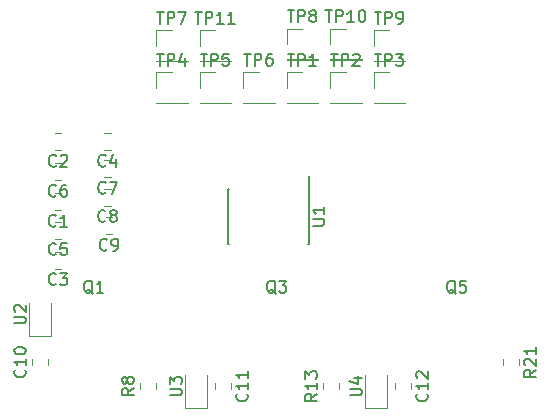
<source format=gbr>
G04 #@! TF.GenerationSoftware,KiCad,Pcbnew,(5.1.4)-1*
G04 #@! TF.CreationDate,2019-11-24T23:21:18+05:30*
G04 #@! TF.ProjectId,half_bridge_fd6288_v3.0,68616c66-5f62-4726-9964-67655f666436,rev?*
G04 #@! TF.SameCoordinates,Original*
G04 #@! TF.FileFunction,Legend,Top*
G04 #@! TF.FilePolarity,Positive*
%FSLAX46Y46*%
G04 Gerber Fmt 4.6, Leading zero omitted, Abs format (unit mm)*
G04 Created by KiCad (PCBNEW (5.1.4)-1) date 2019-11-24 23:21:18*
%MOMM*%
%LPD*%
G04 APERTURE LIST*
%ADD10C,0.120000*%
%ADD11C,0.150000*%
G04 APERTURE END LIST*
D10*
X42425252Y-100255000D02*
X41902748Y-100255000D01*
X42425252Y-101675000D02*
X41902748Y-101675000D01*
X42434252Y-96595000D02*
X41911748Y-96595000D01*
X42434252Y-95175000D02*
X41911748Y-95175000D01*
X42416252Y-105208000D02*
X41893748Y-105208000D01*
X42416252Y-106628000D02*
X41893748Y-106628000D01*
X46625252Y-96595000D02*
X46102748Y-96595000D01*
X46625252Y-95175000D02*
X46102748Y-95175000D01*
X42425252Y-102668000D02*
X41902748Y-102668000D01*
X42425252Y-104088000D02*
X41902748Y-104088000D01*
X42425252Y-99135000D02*
X41902748Y-99135000D01*
X42425252Y-97715000D02*
X41902748Y-97715000D01*
X46625252Y-98881000D02*
X46102748Y-98881000D01*
X46625252Y-97461000D02*
X46102748Y-97461000D01*
X46616252Y-99874000D02*
X46093748Y-99874000D01*
X46616252Y-101294000D02*
X46093748Y-101294000D01*
X46743252Y-103707000D02*
X46220748Y-103707000D01*
X46743252Y-102287000D02*
X46220748Y-102287000D01*
X41350000Y-114824252D02*
X41350000Y-114301748D01*
X39930000Y-114824252D02*
X39930000Y-114301748D01*
X56844000Y-116333748D02*
X56844000Y-116856252D01*
X55424000Y-116333748D02*
X55424000Y-116856252D01*
X70664000Y-116324748D02*
X70664000Y-116847252D01*
X72084000Y-116324748D02*
X72084000Y-116847252D01*
X50494000Y-116838252D02*
X50494000Y-116315748D01*
X49074000Y-116838252D02*
X49074000Y-116315748D01*
X65988000Y-116847252D02*
X65988000Y-116324748D01*
X64568000Y-116847252D02*
X64568000Y-116324748D01*
X79808000Y-114301748D02*
X79808000Y-114824252D01*
X81228000Y-114301748D02*
X81228000Y-114824252D01*
X61535000Y-89983000D02*
X62865000Y-89983000D01*
X61535000Y-91313000D02*
X61535000Y-89983000D01*
X61535000Y-92583000D02*
X64195000Y-92583000D01*
X64195000Y-92583000D02*
X64195000Y-92643000D01*
X61535000Y-92583000D02*
X61535000Y-92643000D01*
X61535000Y-92643000D02*
X64195000Y-92643000D01*
X65218000Y-92643000D02*
X67878000Y-92643000D01*
X65218000Y-92583000D02*
X65218000Y-92643000D01*
X67878000Y-92583000D02*
X67878000Y-92643000D01*
X65218000Y-92583000D02*
X67878000Y-92583000D01*
X65218000Y-91313000D02*
X65218000Y-89983000D01*
X65218000Y-89983000D02*
X66548000Y-89983000D01*
X68901000Y-89983000D02*
X70231000Y-89983000D01*
X68901000Y-91313000D02*
X68901000Y-89983000D01*
X68901000Y-92583000D02*
X71561000Y-92583000D01*
X71561000Y-92583000D02*
X71561000Y-92643000D01*
X68901000Y-92583000D02*
X68901000Y-92643000D01*
X68901000Y-92643000D02*
X71561000Y-92643000D01*
X50486000Y-92643000D02*
X53146000Y-92643000D01*
X50486000Y-92583000D02*
X50486000Y-92643000D01*
X53146000Y-92583000D02*
X53146000Y-92643000D01*
X50486000Y-92583000D02*
X53146000Y-92583000D01*
X50486000Y-91313000D02*
X50486000Y-89983000D01*
X50486000Y-89983000D02*
X51816000Y-89983000D01*
X54169000Y-89983000D02*
X55499000Y-89983000D01*
X54169000Y-91313000D02*
X54169000Y-89983000D01*
X54169000Y-92583000D02*
X56829000Y-92583000D01*
X56829000Y-92583000D02*
X56829000Y-92643000D01*
X54169000Y-92583000D02*
X54169000Y-92643000D01*
X54169000Y-92643000D02*
X56829000Y-92643000D01*
X57852000Y-92643000D02*
X60512000Y-92643000D01*
X57852000Y-92583000D02*
X57852000Y-92643000D01*
X60512000Y-92583000D02*
X60512000Y-92643000D01*
X57852000Y-92583000D02*
X60512000Y-92583000D01*
X57852000Y-91313000D02*
X57852000Y-89983000D01*
X57852000Y-89983000D02*
X59182000Y-89983000D01*
X50486000Y-86427000D02*
X51816000Y-86427000D01*
X50486000Y-87757000D02*
X50486000Y-86427000D01*
X50486000Y-89027000D02*
X53146000Y-89027000D01*
X53146000Y-89027000D02*
X53146000Y-89087000D01*
X50486000Y-89027000D02*
X50486000Y-89087000D01*
X50486000Y-89087000D02*
X53146000Y-89087000D01*
X61535000Y-88960000D02*
X64195000Y-88960000D01*
X61535000Y-88900000D02*
X61535000Y-88960000D01*
X64195000Y-88900000D02*
X64195000Y-88960000D01*
X61535000Y-88900000D02*
X64195000Y-88900000D01*
X61535000Y-87630000D02*
X61535000Y-86300000D01*
X61535000Y-86300000D02*
X62865000Y-86300000D01*
X68901000Y-86427000D02*
X70231000Y-86427000D01*
X68901000Y-87757000D02*
X68901000Y-86427000D01*
X68901000Y-89027000D02*
X71561000Y-89027000D01*
X71561000Y-89027000D02*
X71561000Y-89087000D01*
X68901000Y-89027000D02*
X68901000Y-89087000D01*
X68901000Y-89087000D02*
X71561000Y-89087000D01*
X65218000Y-88960000D02*
X67878000Y-88960000D01*
X65218000Y-88900000D02*
X65218000Y-88960000D01*
X67878000Y-88900000D02*
X67878000Y-88960000D01*
X65218000Y-88900000D02*
X67878000Y-88900000D01*
X65218000Y-87630000D02*
X65218000Y-86300000D01*
X65218000Y-86300000D02*
X66548000Y-86300000D01*
X54169000Y-89087000D02*
X56829000Y-89087000D01*
X54169000Y-89027000D02*
X54169000Y-89087000D01*
X56829000Y-89027000D02*
X56829000Y-89087000D01*
X54169000Y-89027000D02*
X56829000Y-89027000D01*
X54169000Y-87757000D02*
X54169000Y-86427000D01*
X54169000Y-86427000D02*
X55499000Y-86427000D01*
D11*
X63415000Y-104549000D02*
X63315000Y-104549000D01*
X56590000Y-104549000D02*
X56615000Y-104549000D01*
X56590000Y-99899000D02*
X56615000Y-99899000D01*
X63415000Y-98824000D02*
X63415000Y-104549000D01*
X56590000Y-99899000D02*
X56590000Y-104549000D01*
D10*
X39680000Y-109499000D02*
X39680000Y-112359000D01*
X39680000Y-112359000D02*
X41600000Y-112359000D01*
X41600000Y-112359000D02*
X41600000Y-109499000D01*
X52888000Y-115595000D02*
X52888000Y-118455000D01*
X52888000Y-118455000D02*
X54808000Y-118455000D01*
X54808000Y-118455000D02*
X54808000Y-115595000D01*
X70048000Y-118455000D02*
X70048000Y-115595000D01*
X68128000Y-118455000D02*
X70048000Y-118455000D01*
X68128000Y-115595000D02*
X68128000Y-118455000D01*
D11*
X41997333Y-102972142D02*
X41949714Y-103019761D01*
X41806857Y-103067380D01*
X41711619Y-103067380D01*
X41568761Y-103019761D01*
X41473523Y-102924523D01*
X41425904Y-102829285D01*
X41378285Y-102638809D01*
X41378285Y-102495952D01*
X41425904Y-102305476D01*
X41473523Y-102210238D01*
X41568761Y-102115000D01*
X41711619Y-102067380D01*
X41806857Y-102067380D01*
X41949714Y-102115000D01*
X41997333Y-102162619D01*
X42949714Y-103067380D02*
X42378285Y-103067380D01*
X42664000Y-103067380D02*
X42664000Y-102067380D01*
X42568761Y-102210238D01*
X42473523Y-102305476D01*
X42378285Y-102353095D01*
X42006333Y-97892142D02*
X41958714Y-97939761D01*
X41815857Y-97987380D01*
X41720619Y-97987380D01*
X41577761Y-97939761D01*
X41482523Y-97844523D01*
X41434904Y-97749285D01*
X41387285Y-97558809D01*
X41387285Y-97415952D01*
X41434904Y-97225476D01*
X41482523Y-97130238D01*
X41577761Y-97035000D01*
X41720619Y-96987380D01*
X41815857Y-96987380D01*
X41958714Y-97035000D01*
X42006333Y-97082619D01*
X42387285Y-97082619D02*
X42434904Y-97035000D01*
X42530142Y-96987380D01*
X42768238Y-96987380D01*
X42863476Y-97035000D01*
X42911095Y-97082619D01*
X42958714Y-97177857D01*
X42958714Y-97273095D01*
X42911095Y-97415952D01*
X42339666Y-97987380D01*
X42958714Y-97987380D01*
X41988333Y-107925142D02*
X41940714Y-107972761D01*
X41797857Y-108020380D01*
X41702619Y-108020380D01*
X41559761Y-107972761D01*
X41464523Y-107877523D01*
X41416904Y-107782285D01*
X41369285Y-107591809D01*
X41369285Y-107448952D01*
X41416904Y-107258476D01*
X41464523Y-107163238D01*
X41559761Y-107068000D01*
X41702619Y-107020380D01*
X41797857Y-107020380D01*
X41940714Y-107068000D01*
X41988333Y-107115619D01*
X42321666Y-107020380D02*
X42940714Y-107020380D01*
X42607380Y-107401333D01*
X42750238Y-107401333D01*
X42845476Y-107448952D01*
X42893095Y-107496571D01*
X42940714Y-107591809D01*
X42940714Y-107829904D01*
X42893095Y-107925142D01*
X42845476Y-107972761D01*
X42750238Y-108020380D01*
X42464523Y-108020380D01*
X42369285Y-107972761D01*
X42321666Y-107925142D01*
X46197333Y-97892142D02*
X46149714Y-97939761D01*
X46006857Y-97987380D01*
X45911619Y-97987380D01*
X45768761Y-97939761D01*
X45673523Y-97844523D01*
X45625904Y-97749285D01*
X45578285Y-97558809D01*
X45578285Y-97415952D01*
X45625904Y-97225476D01*
X45673523Y-97130238D01*
X45768761Y-97035000D01*
X45911619Y-96987380D01*
X46006857Y-96987380D01*
X46149714Y-97035000D01*
X46197333Y-97082619D01*
X47054476Y-97320714D02*
X47054476Y-97987380D01*
X46816380Y-96939761D02*
X46578285Y-97654047D01*
X47197333Y-97654047D01*
X41997333Y-105385142D02*
X41949714Y-105432761D01*
X41806857Y-105480380D01*
X41711619Y-105480380D01*
X41568761Y-105432761D01*
X41473523Y-105337523D01*
X41425904Y-105242285D01*
X41378285Y-105051809D01*
X41378285Y-104908952D01*
X41425904Y-104718476D01*
X41473523Y-104623238D01*
X41568761Y-104528000D01*
X41711619Y-104480380D01*
X41806857Y-104480380D01*
X41949714Y-104528000D01*
X41997333Y-104575619D01*
X42902095Y-104480380D02*
X42425904Y-104480380D01*
X42378285Y-104956571D01*
X42425904Y-104908952D01*
X42521142Y-104861333D01*
X42759238Y-104861333D01*
X42854476Y-104908952D01*
X42902095Y-104956571D01*
X42949714Y-105051809D01*
X42949714Y-105289904D01*
X42902095Y-105385142D01*
X42854476Y-105432761D01*
X42759238Y-105480380D01*
X42521142Y-105480380D01*
X42425904Y-105432761D01*
X42378285Y-105385142D01*
X41997333Y-100432142D02*
X41949714Y-100479761D01*
X41806857Y-100527380D01*
X41711619Y-100527380D01*
X41568761Y-100479761D01*
X41473523Y-100384523D01*
X41425904Y-100289285D01*
X41378285Y-100098809D01*
X41378285Y-99955952D01*
X41425904Y-99765476D01*
X41473523Y-99670238D01*
X41568761Y-99575000D01*
X41711619Y-99527380D01*
X41806857Y-99527380D01*
X41949714Y-99575000D01*
X41997333Y-99622619D01*
X42854476Y-99527380D02*
X42664000Y-99527380D01*
X42568761Y-99575000D01*
X42521142Y-99622619D01*
X42425904Y-99765476D01*
X42378285Y-99955952D01*
X42378285Y-100336904D01*
X42425904Y-100432142D01*
X42473523Y-100479761D01*
X42568761Y-100527380D01*
X42759238Y-100527380D01*
X42854476Y-100479761D01*
X42902095Y-100432142D01*
X42949714Y-100336904D01*
X42949714Y-100098809D01*
X42902095Y-100003571D01*
X42854476Y-99955952D01*
X42759238Y-99908333D01*
X42568761Y-99908333D01*
X42473523Y-99955952D01*
X42425904Y-100003571D01*
X42378285Y-100098809D01*
X46197333Y-100178142D02*
X46149714Y-100225761D01*
X46006857Y-100273380D01*
X45911619Y-100273380D01*
X45768761Y-100225761D01*
X45673523Y-100130523D01*
X45625904Y-100035285D01*
X45578285Y-99844809D01*
X45578285Y-99701952D01*
X45625904Y-99511476D01*
X45673523Y-99416238D01*
X45768761Y-99321000D01*
X45911619Y-99273380D01*
X46006857Y-99273380D01*
X46149714Y-99321000D01*
X46197333Y-99368619D01*
X46530666Y-99273380D02*
X47197333Y-99273380D01*
X46768761Y-100273380D01*
X46188333Y-102591142D02*
X46140714Y-102638761D01*
X45997857Y-102686380D01*
X45902619Y-102686380D01*
X45759761Y-102638761D01*
X45664523Y-102543523D01*
X45616904Y-102448285D01*
X45569285Y-102257809D01*
X45569285Y-102114952D01*
X45616904Y-101924476D01*
X45664523Y-101829238D01*
X45759761Y-101734000D01*
X45902619Y-101686380D01*
X45997857Y-101686380D01*
X46140714Y-101734000D01*
X46188333Y-101781619D01*
X46759761Y-102114952D02*
X46664523Y-102067333D01*
X46616904Y-102019714D01*
X46569285Y-101924476D01*
X46569285Y-101876857D01*
X46616904Y-101781619D01*
X46664523Y-101734000D01*
X46759761Y-101686380D01*
X46950238Y-101686380D01*
X47045476Y-101734000D01*
X47093095Y-101781619D01*
X47140714Y-101876857D01*
X47140714Y-101924476D01*
X47093095Y-102019714D01*
X47045476Y-102067333D01*
X46950238Y-102114952D01*
X46759761Y-102114952D01*
X46664523Y-102162571D01*
X46616904Y-102210190D01*
X46569285Y-102305428D01*
X46569285Y-102495904D01*
X46616904Y-102591142D01*
X46664523Y-102638761D01*
X46759761Y-102686380D01*
X46950238Y-102686380D01*
X47045476Y-102638761D01*
X47093095Y-102591142D01*
X47140714Y-102495904D01*
X47140714Y-102305428D01*
X47093095Y-102210190D01*
X47045476Y-102162571D01*
X46950238Y-102114952D01*
X46315333Y-105004142D02*
X46267714Y-105051761D01*
X46124857Y-105099380D01*
X46029619Y-105099380D01*
X45886761Y-105051761D01*
X45791523Y-104956523D01*
X45743904Y-104861285D01*
X45696285Y-104670809D01*
X45696285Y-104527952D01*
X45743904Y-104337476D01*
X45791523Y-104242238D01*
X45886761Y-104147000D01*
X46029619Y-104099380D01*
X46124857Y-104099380D01*
X46267714Y-104147000D01*
X46315333Y-104194619D01*
X46791523Y-105099380D02*
X46982000Y-105099380D01*
X47077238Y-105051761D01*
X47124857Y-105004142D01*
X47220095Y-104861285D01*
X47267714Y-104670809D01*
X47267714Y-104289857D01*
X47220095Y-104194619D01*
X47172476Y-104147000D01*
X47077238Y-104099380D01*
X46886761Y-104099380D01*
X46791523Y-104147000D01*
X46743904Y-104194619D01*
X46696285Y-104289857D01*
X46696285Y-104527952D01*
X46743904Y-104623190D01*
X46791523Y-104670809D01*
X46886761Y-104718428D01*
X47077238Y-104718428D01*
X47172476Y-104670809D01*
X47220095Y-104623190D01*
X47267714Y-104527952D01*
X39347142Y-115205857D02*
X39394761Y-115253476D01*
X39442380Y-115396333D01*
X39442380Y-115491571D01*
X39394761Y-115634428D01*
X39299523Y-115729666D01*
X39204285Y-115777285D01*
X39013809Y-115824904D01*
X38870952Y-115824904D01*
X38680476Y-115777285D01*
X38585238Y-115729666D01*
X38490000Y-115634428D01*
X38442380Y-115491571D01*
X38442380Y-115396333D01*
X38490000Y-115253476D01*
X38537619Y-115205857D01*
X39442380Y-114253476D02*
X39442380Y-114824904D01*
X39442380Y-114539190D02*
X38442380Y-114539190D01*
X38585238Y-114634428D01*
X38680476Y-114729666D01*
X38728095Y-114824904D01*
X38442380Y-113634428D02*
X38442380Y-113539190D01*
X38490000Y-113443952D01*
X38537619Y-113396333D01*
X38632857Y-113348714D01*
X38823333Y-113301095D01*
X39061428Y-113301095D01*
X39251904Y-113348714D01*
X39347142Y-113396333D01*
X39394761Y-113443952D01*
X39442380Y-113539190D01*
X39442380Y-113634428D01*
X39394761Y-113729666D01*
X39347142Y-113777285D01*
X39251904Y-113824904D01*
X39061428Y-113872523D01*
X38823333Y-113872523D01*
X38632857Y-113824904D01*
X38537619Y-113777285D01*
X38490000Y-113729666D01*
X38442380Y-113634428D01*
X58141142Y-117237857D02*
X58188761Y-117285476D01*
X58236380Y-117428333D01*
X58236380Y-117523571D01*
X58188761Y-117666428D01*
X58093523Y-117761666D01*
X57998285Y-117809285D01*
X57807809Y-117856904D01*
X57664952Y-117856904D01*
X57474476Y-117809285D01*
X57379238Y-117761666D01*
X57284000Y-117666428D01*
X57236380Y-117523571D01*
X57236380Y-117428333D01*
X57284000Y-117285476D01*
X57331619Y-117237857D01*
X58236380Y-116285476D02*
X58236380Y-116856904D01*
X58236380Y-116571190D02*
X57236380Y-116571190D01*
X57379238Y-116666428D01*
X57474476Y-116761666D01*
X57522095Y-116856904D01*
X58236380Y-115333095D02*
X58236380Y-115904523D01*
X58236380Y-115618809D02*
X57236380Y-115618809D01*
X57379238Y-115714047D01*
X57474476Y-115809285D01*
X57522095Y-115904523D01*
X73381142Y-117228857D02*
X73428761Y-117276476D01*
X73476380Y-117419333D01*
X73476380Y-117514571D01*
X73428761Y-117657428D01*
X73333523Y-117752666D01*
X73238285Y-117800285D01*
X73047809Y-117847904D01*
X72904952Y-117847904D01*
X72714476Y-117800285D01*
X72619238Y-117752666D01*
X72524000Y-117657428D01*
X72476380Y-117514571D01*
X72476380Y-117419333D01*
X72524000Y-117276476D01*
X72571619Y-117228857D01*
X73476380Y-116276476D02*
X73476380Y-116847904D01*
X73476380Y-116562190D02*
X72476380Y-116562190D01*
X72619238Y-116657428D01*
X72714476Y-116752666D01*
X72762095Y-116847904D01*
X72571619Y-115895523D02*
X72524000Y-115847904D01*
X72476380Y-115752666D01*
X72476380Y-115514571D01*
X72524000Y-115419333D01*
X72571619Y-115371714D01*
X72666857Y-115324095D01*
X72762095Y-115324095D01*
X72904952Y-115371714D01*
X73476380Y-115943142D01*
X73476380Y-115324095D01*
X45116761Y-108751619D02*
X45021523Y-108704000D01*
X44926285Y-108608761D01*
X44783428Y-108465904D01*
X44688190Y-108418285D01*
X44592952Y-108418285D01*
X44640571Y-108656380D02*
X44545333Y-108608761D01*
X44450095Y-108513523D01*
X44402476Y-108323047D01*
X44402476Y-107989714D01*
X44450095Y-107799238D01*
X44545333Y-107704000D01*
X44640571Y-107656380D01*
X44831047Y-107656380D01*
X44926285Y-107704000D01*
X45021523Y-107799238D01*
X45069142Y-107989714D01*
X45069142Y-108323047D01*
X45021523Y-108513523D01*
X44926285Y-108608761D01*
X44831047Y-108656380D01*
X44640571Y-108656380D01*
X46021523Y-108656380D02*
X45450095Y-108656380D01*
X45735809Y-108656380D02*
X45735809Y-107656380D01*
X45640571Y-107799238D01*
X45545333Y-107894476D01*
X45450095Y-107942095D01*
X60610761Y-108751619D02*
X60515523Y-108704000D01*
X60420285Y-108608761D01*
X60277428Y-108465904D01*
X60182190Y-108418285D01*
X60086952Y-108418285D01*
X60134571Y-108656380D02*
X60039333Y-108608761D01*
X59944095Y-108513523D01*
X59896476Y-108323047D01*
X59896476Y-107989714D01*
X59944095Y-107799238D01*
X60039333Y-107704000D01*
X60134571Y-107656380D01*
X60325047Y-107656380D01*
X60420285Y-107704000D01*
X60515523Y-107799238D01*
X60563142Y-107989714D01*
X60563142Y-108323047D01*
X60515523Y-108513523D01*
X60420285Y-108608761D01*
X60325047Y-108656380D01*
X60134571Y-108656380D01*
X60896476Y-107656380D02*
X61515523Y-107656380D01*
X61182190Y-108037333D01*
X61325047Y-108037333D01*
X61420285Y-108084952D01*
X61467904Y-108132571D01*
X61515523Y-108227809D01*
X61515523Y-108465904D01*
X61467904Y-108561142D01*
X61420285Y-108608761D01*
X61325047Y-108656380D01*
X61039333Y-108656380D01*
X60944095Y-108608761D01*
X60896476Y-108561142D01*
X75850761Y-108751619D02*
X75755523Y-108704000D01*
X75660285Y-108608761D01*
X75517428Y-108465904D01*
X75422190Y-108418285D01*
X75326952Y-108418285D01*
X75374571Y-108656380D02*
X75279333Y-108608761D01*
X75184095Y-108513523D01*
X75136476Y-108323047D01*
X75136476Y-107989714D01*
X75184095Y-107799238D01*
X75279333Y-107704000D01*
X75374571Y-107656380D01*
X75565047Y-107656380D01*
X75660285Y-107704000D01*
X75755523Y-107799238D01*
X75803142Y-107989714D01*
X75803142Y-108323047D01*
X75755523Y-108513523D01*
X75660285Y-108608761D01*
X75565047Y-108656380D01*
X75374571Y-108656380D01*
X76707904Y-107656380D02*
X76231714Y-107656380D01*
X76184095Y-108132571D01*
X76231714Y-108084952D01*
X76326952Y-108037333D01*
X76565047Y-108037333D01*
X76660285Y-108084952D01*
X76707904Y-108132571D01*
X76755523Y-108227809D01*
X76755523Y-108465904D01*
X76707904Y-108561142D01*
X76660285Y-108608761D01*
X76565047Y-108656380D01*
X76326952Y-108656380D01*
X76231714Y-108608761D01*
X76184095Y-108561142D01*
X48586380Y-116743666D02*
X48110190Y-117077000D01*
X48586380Y-117315095D02*
X47586380Y-117315095D01*
X47586380Y-116934142D01*
X47634000Y-116838904D01*
X47681619Y-116791285D01*
X47776857Y-116743666D01*
X47919714Y-116743666D01*
X48014952Y-116791285D01*
X48062571Y-116838904D01*
X48110190Y-116934142D01*
X48110190Y-117315095D01*
X48014952Y-116172238D02*
X47967333Y-116267476D01*
X47919714Y-116315095D01*
X47824476Y-116362714D01*
X47776857Y-116362714D01*
X47681619Y-116315095D01*
X47634000Y-116267476D01*
X47586380Y-116172238D01*
X47586380Y-115981761D01*
X47634000Y-115886523D01*
X47681619Y-115838904D01*
X47776857Y-115791285D01*
X47824476Y-115791285D01*
X47919714Y-115838904D01*
X47967333Y-115886523D01*
X48014952Y-115981761D01*
X48014952Y-116172238D01*
X48062571Y-116267476D01*
X48110190Y-116315095D01*
X48205428Y-116362714D01*
X48395904Y-116362714D01*
X48491142Y-116315095D01*
X48538761Y-116267476D01*
X48586380Y-116172238D01*
X48586380Y-115981761D01*
X48538761Y-115886523D01*
X48491142Y-115838904D01*
X48395904Y-115791285D01*
X48205428Y-115791285D01*
X48110190Y-115838904D01*
X48062571Y-115886523D01*
X48014952Y-115981761D01*
X64080380Y-117228857D02*
X63604190Y-117562190D01*
X64080380Y-117800285D02*
X63080380Y-117800285D01*
X63080380Y-117419333D01*
X63128000Y-117324095D01*
X63175619Y-117276476D01*
X63270857Y-117228857D01*
X63413714Y-117228857D01*
X63508952Y-117276476D01*
X63556571Y-117324095D01*
X63604190Y-117419333D01*
X63604190Y-117800285D01*
X64080380Y-116276476D02*
X64080380Y-116847904D01*
X64080380Y-116562190D02*
X63080380Y-116562190D01*
X63223238Y-116657428D01*
X63318476Y-116752666D01*
X63366095Y-116847904D01*
X63080380Y-115943142D02*
X63080380Y-115324095D01*
X63461333Y-115657428D01*
X63461333Y-115514571D01*
X63508952Y-115419333D01*
X63556571Y-115371714D01*
X63651809Y-115324095D01*
X63889904Y-115324095D01*
X63985142Y-115371714D01*
X64032761Y-115419333D01*
X64080380Y-115514571D01*
X64080380Y-115800285D01*
X64032761Y-115895523D01*
X63985142Y-115943142D01*
X82620380Y-115205857D02*
X82144190Y-115539190D01*
X82620380Y-115777285D02*
X81620380Y-115777285D01*
X81620380Y-115396333D01*
X81668000Y-115301095D01*
X81715619Y-115253476D01*
X81810857Y-115205857D01*
X81953714Y-115205857D01*
X82048952Y-115253476D01*
X82096571Y-115301095D01*
X82144190Y-115396333D01*
X82144190Y-115777285D01*
X81715619Y-114824904D02*
X81668000Y-114777285D01*
X81620380Y-114682047D01*
X81620380Y-114443952D01*
X81668000Y-114348714D01*
X81715619Y-114301095D01*
X81810857Y-114253476D01*
X81906095Y-114253476D01*
X82048952Y-114301095D01*
X82620380Y-114872523D01*
X82620380Y-114253476D01*
X82620380Y-113301095D02*
X82620380Y-113872523D01*
X82620380Y-113586809D02*
X81620380Y-113586809D01*
X81763238Y-113682047D01*
X81858476Y-113777285D01*
X81906095Y-113872523D01*
X61603095Y-88435380D02*
X62174523Y-88435380D01*
X61888809Y-89435380D02*
X61888809Y-88435380D01*
X62507857Y-89435380D02*
X62507857Y-88435380D01*
X62888809Y-88435380D01*
X62984047Y-88483000D01*
X63031666Y-88530619D01*
X63079285Y-88625857D01*
X63079285Y-88768714D01*
X63031666Y-88863952D01*
X62984047Y-88911571D01*
X62888809Y-88959190D01*
X62507857Y-88959190D01*
X64031666Y-89435380D02*
X63460238Y-89435380D01*
X63745952Y-89435380D02*
X63745952Y-88435380D01*
X63650714Y-88578238D01*
X63555476Y-88673476D01*
X63460238Y-88721095D01*
X65286095Y-88435380D02*
X65857523Y-88435380D01*
X65571809Y-89435380D02*
X65571809Y-88435380D01*
X66190857Y-89435380D02*
X66190857Y-88435380D01*
X66571809Y-88435380D01*
X66667047Y-88483000D01*
X66714666Y-88530619D01*
X66762285Y-88625857D01*
X66762285Y-88768714D01*
X66714666Y-88863952D01*
X66667047Y-88911571D01*
X66571809Y-88959190D01*
X66190857Y-88959190D01*
X67143238Y-88530619D02*
X67190857Y-88483000D01*
X67286095Y-88435380D01*
X67524190Y-88435380D01*
X67619428Y-88483000D01*
X67667047Y-88530619D01*
X67714666Y-88625857D01*
X67714666Y-88721095D01*
X67667047Y-88863952D01*
X67095619Y-89435380D01*
X67714666Y-89435380D01*
X68969095Y-88435380D02*
X69540523Y-88435380D01*
X69254809Y-89435380D02*
X69254809Y-88435380D01*
X69873857Y-89435380D02*
X69873857Y-88435380D01*
X70254809Y-88435380D01*
X70350047Y-88483000D01*
X70397666Y-88530619D01*
X70445285Y-88625857D01*
X70445285Y-88768714D01*
X70397666Y-88863952D01*
X70350047Y-88911571D01*
X70254809Y-88959190D01*
X69873857Y-88959190D01*
X70778619Y-88435380D02*
X71397666Y-88435380D01*
X71064333Y-88816333D01*
X71207190Y-88816333D01*
X71302428Y-88863952D01*
X71350047Y-88911571D01*
X71397666Y-89006809D01*
X71397666Y-89244904D01*
X71350047Y-89340142D01*
X71302428Y-89387761D01*
X71207190Y-89435380D01*
X70921476Y-89435380D01*
X70826238Y-89387761D01*
X70778619Y-89340142D01*
X50554095Y-88435380D02*
X51125523Y-88435380D01*
X50839809Y-89435380D02*
X50839809Y-88435380D01*
X51458857Y-89435380D02*
X51458857Y-88435380D01*
X51839809Y-88435380D01*
X51935047Y-88483000D01*
X51982666Y-88530619D01*
X52030285Y-88625857D01*
X52030285Y-88768714D01*
X51982666Y-88863952D01*
X51935047Y-88911571D01*
X51839809Y-88959190D01*
X51458857Y-88959190D01*
X52887428Y-88768714D02*
X52887428Y-89435380D01*
X52649333Y-88387761D02*
X52411238Y-89102047D01*
X53030285Y-89102047D01*
X54237095Y-88435380D02*
X54808523Y-88435380D01*
X54522809Y-89435380D02*
X54522809Y-88435380D01*
X55141857Y-89435380D02*
X55141857Y-88435380D01*
X55522809Y-88435380D01*
X55618047Y-88483000D01*
X55665666Y-88530619D01*
X55713285Y-88625857D01*
X55713285Y-88768714D01*
X55665666Y-88863952D01*
X55618047Y-88911571D01*
X55522809Y-88959190D01*
X55141857Y-88959190D01*
X56618047Y-88435380D02*
X56141857Y-88435380D01*
X56094238Y-88911571D01*
X56141857Y-88863952D01*
X56237095Y-88816333D01*
X56475190Y-88816333D01*
X56570428Y-88863952D01*
X56618047Y-88911571D01*
X56665666Y-89006809D01*
X56665666Y-89244904D01*
X56618047Y-89340142D01*
X56570428Y-89387761D01*
X56475190Y-89435380D01*
X56237095Y-89435380D01*
X56141857Y-89387761D01*
X56094238Y-89340142D01*
X57920095Y-88435380D02*
X58491523Y-88435380D01*
X58205809Y-89435380D02*
X58205809Y-88435380D01*
X58824857Y-89435380D02*
X58824857Y-88435380D01*
X59205809Y-88435380D01*
X59301047Y-88483000D01*
X59348666Y-88530619D01*
X59396285Y-88625857D01*
X59396285Y-88768714D01*
X59348666Y-88863952D01*
X59301047Y-88911571D01*
X59205809Y-88959190D01*
X58824857Y-88959190D01*
X60253428Y-88435380D02*
X60062952Y-88435380D01*
X59967714Y-88483000D01*
X59920095Y-88530619D01*
X59824857Y-88673476D01*
X59777238Y-88863952D01*
X59777238Y-89244904D01*
X59824857Y-89340142D01*
X59872476Y-89387761D01*
X59967714Y-89435380D01*
X60158190Y-89435380D01*
X60253428Y-89387761D01*
X60301047Y-89340142D01*
X60348666Y-89244904D01*
X60348666Y-89006809D01*
X60301047Y-88911571D01*
X60253428Y-88863952D01*
X60158190Y-88816333D01*
X59967714Y-88816333D01*
X59872476Y-88863952D01*
X59824857Y-88911571D01*
X59777238Y-89006809D01*
X50554095Y-84879380D02*
X51125523Y-84879380D01*
X50839809Y-85879380D02*
X50839809Y-84879380D01*
X51458857Y-85879380D02*
X51458857Y-84879380D01*
X51839809Y-84879380D01*
X51935047Y-84927000D01*
X51982666Y-84974619D01*
X52030285Y-85069857D01*
X52030285Y-85212714D01*
X51982666Y-85307952D01*
X51935047Y-85355571D01*
X51839809Y-85403190D01*
X51458857Y-85403190D01*
X52363619Y-84879380D02*
X53030285Y-84879380D01*
X52601714Y-85879380D01*
X61603095Y-84752380D02*
X62174523Y-84752380D01*
X61888809Y-85752380D02*
X61888809Y-84752380D01*
X62507857Y-85752380D02*
X62507857Y-84752380D01*
X62888809Y-84752380D01*
X62984047Y-84800000D01*
X63031666Y-84847619D01*
X63079285Y-84942857D01*
X63079285Y-85085714D01*
X63031666Y-85180952D01*
X62984047Y-85228571D01*
X62888809Y-85276190D01*
X62507857Y-85276190D01*
X63650714Y-85180952D02*
X63555476Y-85133333D01*
X63507857Y-85085714D01*
X63460238Y-84990476D01*
X63460238Y-84942857D01*
X63507857Y-84847619D01*
X63555476Y-84800000D01*
X63650714Y-84752380D01*
X63841190Y-84752380D01*
X63936428Y-84800000D01*
X63984047Y-84847619D01*
X64031666Y-84942857D01*
X64031666Y-84990476D01*
X63984047Y-85085714D01*
X63936428Y-85133333D01*
X63841190Y-85180952D01*
X63650714Y-85180952D01*
X63555476Y-85228571D01*
X63507857Y-85276190D01*
X63460238Y-85371428D01*
X63460238Y-85561904D01*
X63507857Y-85657142D01*
X63555476Y-85704761D01*
X63650714Y-85752380D01*
X63841190Y-85752380D01*
X63936428Y-85704761D01*
X63984047Y-85657142D01*
X64031666Y-85561904D01*
X64031666Y-85371428D01*
X63984047Y-85276190D01*
X63936428Y-85228571D01*
X63841190Y-85180952D01*
X68969095Y-84879380D02*
X69540523Y-84879380D01*
X69254809Y-85879380D02*
X69254809Y-84879380D01*
X69873857Y-85879380D02*
X69873857Y-84879380D01*
X70254809Y-84879380D01*
X70350047Y-84927000D01*
X70397666Y-84974619D01*
X70445285Y-85069857D01*
X70445285Y-85212714D01*
X70397666Y-85307952D01*
X70350047Y-85355571D01*
X70254809Y-85403190D01*
X69873857Y-85403190D01*
X70921476Y-85879380D02*
X71111952Y-85879380D01*
X71207190Y-85831761D01*
X71254809Y-85784142D01*
X71350047Y-85641285D01*
X71397666Y-85450809D01*
X71397666Y-85069857D01*
X71350047Y-84974619D01*
X71302428Y-84927000D01*
X71207190Y-84879380D01*
X71016714Y-84879380D01*
X70921476Y-84927000D01*
X70873857Y-84974619D01*
X70826238Y-85069857D01*
X70826238Y-85307952D01*
X70873857Y-85403190D01*
X70921476Y-85450809D01*
X71016714Y-85498428D01*
X71207190Y-85498428D01*
X71302428Y-85450809D01*
X71350047Y-85403190D01*
X71397666Y-85307952D01*
X64809904Y-84752380D02*
X65381333Y-84752380D01*
X65095619Y-85752380D02*
X65095619Y-84752380D01*
X65714666Y-85752380D02*
X65714666Y-84752380D01*
X66095619Y-84752380D01*
X66190857Y-84800000D01*
X66238476Y-84847619D01*
X66286095Y-84942857D01*
X66286095Y-85085714D01*
X66238476Y-85180952D01*
X66190857Y-85228571D01*
X66095619Y-85276190D01*
X65714666Y-85276190D01*
X67238476Y-85752380D02*
X66667047Y-85752380D01*
X66952761Y-85752380D02*
X66952761Y-84752380D01*
X66857523Y-84895238D01*
X66762285Y-84990476D01*
X66667047Y-85038095D01*
X67857523Y-84752380D02*
X67952761Y-84752380D01*
X68048000Y-84800000D01*
X68095619Y-84847619D01*
X68143238Y-84942857D01*
X68190857Y-85133333D01*
X68190857Y-85371428D01*
X68143238Y-85561904D01*
X68095619Y-85657142D01*
X68048000Y-85704761D01*
X67952761Y-85752380D01*
X67857523Y-85752380D01*
X67762285Y-85704761D01*
X67714666Y-85657142D01*
X67667047Y-85561904D01*
X67619428Y-85371428D01*
X67619428Y-85133333D01*
X67667047Y-84942857D01*
X67714666Y-84847619D01*
X67762285Y-84800000D01*
X67857523Y-84752380D01*
X53760904Y-84879380D02*
X54332333Y-84879380D01*
X54046619Y-85879380D02*
X54046619Y-84879380D01*
X54665666Y-85879380D02*
X54665666Y-84879380D01*
X55046619Y-84879380D01*
X55141857Y-84927000D01*
X55189476Y-84974619D01*
X55237095Y-85069857D01*
X55237095Y-85212714D01*
X55189476Y-85307952D01*
X55141857Y-85355571D01*
X55046619Y-85403190D01*
X54665666Y-85403190D01*
X56189476Y-85879380D02*
X55618047Y-85879380D01*
X55903761Y-85879380D02*
X55903761Y-84879380D01*
X55808523Y-85022238D01*
X55713285Y-85117476D01*
X55618047Y-85165095D01*
X57141857Y-85879380D02*
X56570428Y-85879380D01*
X56856142Y-85879380D02*
X56856142Y-84879380D01*
X56760904Y-85022238D01*
X56665666Y-85117476D01*
X56570428Y-85165095D01*
X63717380Y-102985904D02*
X64526904Y-102985904D01*
X64622142Y-102938285D01*
X64669761Y-102890666D01*
X64717380Y-102795428D01*
X64717380Y-102604952D01*
X64669761Y-102509714D01*
X64622142Y-102462095D01*
X64526904Y-102414476D01*
X63717380Y-102414476D01*
X64717380Y-101414476D02*
X64717380Y-101985904D01*
X64717380Y-101700190D02*
X63717380Y-101700190D01*
X63860238Y-101795428D01*
X63955476Y-101890666D01*
X64003095Y-101985904D01*
X38442380Y-111260904D02*
X39251904Y-111260904D01*
X39347142Y-111213285D01*
X39394761Y-111165666D01*
X39442380Y-111070428D01*
X39442380Y-110879952D01*
X39394761Y-110784714D01*
X39347142Y-110737095D01*
X39251904Y-110689476D01*
X38442380Y-110689476D01*
X38537619Y-110260904D02*
X38490000Y-110213285D01*
X38442380Y-110118047D01*
X38442380Y-109879952D01*
X38490000Y-109784714D01*
X38537619Y-109737095D01*
X38632857Y-109689476D01*
X38728095Y-109689476D01*
X38870952Y-109737095D01*
X39442380Y-110308523D01*
X39442380Y-109689476D01*
X51650380Y-117356904D02*
X52459904Y-117356904D01*
X52555142Y-117309285D01*
X52602761Y-117261666D01*
X52650380Y-117166428D01*
X52650380Y-116975952D01*
X52602761Y-116880714D01*
X52555142Y-116833095D01*
X52459904Y-116785476D01*
X51650380Y-116785476D01*
X51650380Y-116404523D02*
X51650380Y-115785476D01*
X52031333Y-116118809D01*
X52031333Y-115975952D01*
X52078952Y-115880714D01*
X52126571Y-115833095D01*
X52221809Y-115785476D01*
X52459904Y-115785476D01*
X52555142Y-115833095D01*
X52602761Y-115880714D01*
X52650380Y-115975952D01*
X52650380Y-116261666D01*
X52602761Y-116356904D01*
X52555142Y-116404523D01*
X66890380Y-117356904D02*
X67699904Y-117356904D01*
X67795142Y-117309285D01*
X67842761Y-117261666D01*
X67890380Y-117166428D01*
X67890380Y-116975952D01*
X67842761Y-116880714D01*
X67795142Y-116833095D01*
X67699904Y-116785476D01*
X66890380Y-116785476D01*
X67223714Y-115880714D02*
X67890380Y-115880714D01*
X66842761Y-116118809D02*
X67557047Y-116356904D01*
X67557047Y-115737857D01*
M02*

</source>
